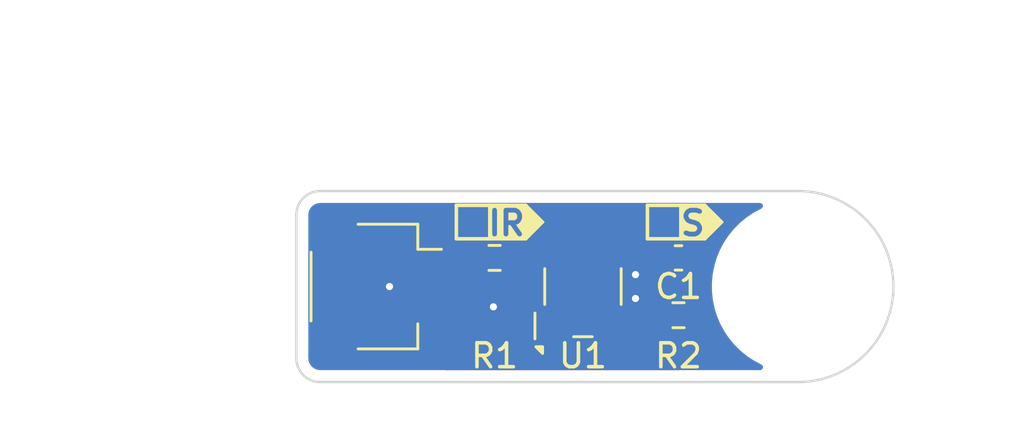
<source format=kicad_pcb>
(kicad_pcb (version 20240108) (generator "pcbnew") (generator_version "8.0")
  (layers (0 "F.Cu" signal) (31 "B.Cu" signal) (34 "B.Paste" user) (35 "F.Paste" user) (36 "B.SilkS" user "B.Silkscreen") (37 "F.SilkS" user "F.Silkscreen") (38 "B.Mask" user) (39 "F.Mask" user) (44 "Edge.Cuts" user))
  (net 0 "")
  (net 1 "/OUT_H")
  (net 2 "+3V3")
  (net 3 "GND")
  (net 4 "/OUT")
  (net 5 "/IR_H")
  (footprint "Resistor_SMD:R_0603_1608Metric" (layer "F.Cu") (at 95 61.2)
    (property "Reference" "R2" (at 0 1.7 0) (layer "F.SilkS"))
    (property "Value" "220")
    (fp_line (start -0.237258 -0.5225) (end 0.237258 -0.5225) (stroke (width 0.12)) (layer "F.SilkS"))
    (fp_line (start -0.237258 0.5225) (end 0.237258 0.5225) (stroke (width 0.12)) (layer "F.SilkS"))
    (pad "1" smd roundrect (at -0.825 0) (size 0.8 0.95) (layers "F.Cu" "F.Paste" "F.Mask") (net 1 "/OUT_H"))
    (pad "2" smd roundrect (at 0.825 0) (size 0.8 0.95) (layers "F.Cu" "F.Paste" "F.Mask") (net 4 "/OUT"))
  )
  (footprint "OptoDevice:Sharp_GP2S700HCP" (layer "F.Cu") (at 91 60 90)
    (property "Reference" "U1" (at -2.9 0 0) (layer "F.SilkS"))
    (property "Value" "EE-SY1201")
    (fp_line (start -1.11 -2.01) (end -2.19 -2.01) (stroke (width 0.12)) (layer "F.SilkS"))
    (fp_line (start -0.75 -1.6) (end 0.75 -1.6) (stroke (width 0.12)) (layer "F.SilkS"))
    (fp_line (start -2.1 -0.39) (end -2.1 0.39) (stroke (width 0.12)) (layer "F.SilkS"))
    (fp_line (start -0.75 1.6) (end 0.75 1.6) (stroke (width 0.12)) (layer "F.SilkS"))
    (fp_poly (pts (xy -2.52 -1.69) (xy -2.8 -1.69) (xy -2.52 -1.97) (xy -2.52 -1.69)) (stroke (width 0.12)) (fill solid) (layer "F.SilkS"))
    (pad "1" smd roundrect (at -1.65 -1.2 90) (size 1.2 1.1) (layers "F.Cu" "F.Paste" "F.Mask") (roundrect_rratio 0.1363636364) (net 3 "GND"))
    (pad "2" smd roundrect (at -1.65 1.2 90) (size 1.2 1.1) (layers "F.Cu" "F.Paste" "F.Mask") (roundrect_rratio 0.1363636364) (net 1 "/OUT_H"))
    (pad "3" smd roundrect (at 1.65 1.2 90) (size 1.2 1.1) (layers "F.Cu" "F.Paste" "F.Mask") (roundrect_rratio 0.1363636364) (net 3 "GND"))
    (pad "4" smd roundrect (at 1.65 -1.2 90) (size 1.2 1.1) (layers "F.Cu" "F.Paste" "F.Mask") (roundrect_rratio 0.1363636364) (net 5 "/IR_H"))
    (zone (net 0) (net_name "") (layer "F.Cu") (name "keepout to avoid short circuit") (connect_pads (clearance 0)) (min_thickness 0.25)
      (keepout (tracks not_allowed) (vias not_allowed) (pads not_allowed) (copperpour not_allowed) (footprints not_allowed))
      (fill (thermal_gap 0.5) (thermal_bridge_width 0.5))
      (polygon (pts (xy 90.35 62.25) (xy 90.35 61.05) (xy 89.25 61.05) (xy 89.25 58.95) (xy 90.35 58.95) (xy 90.35 57.75) (xy 91.65 57.75) (xy 91.65 58.95) (xy 92.75 58.95) (xy 92.75 61.05) (xy 91.65 61.05) (xy 91.65 62.25)))
    )
  )
  (footprint "common:JST_SH_SM03B-SRSS-TB_1x03-1MP_P1.00mm_Horizontal" (layer "F.Cu") (at 82.3 60 -90)
    (property "Reference" "J1" (hide yes))
    (property "Value" "SM03B-SRSS-TB")
    (fp_line (start -1.44 2.685) (end 1.44 2.685) (stroke (width 0.12)) (layer "F.SilkS"))
    (fp_line (start -2.61 0.715) (end -2.61 -1.785) (stroke (width 0.12)) (layer "F.SilkS"))
    (fp_line (start 2.61 0.715) (end 2.61 -1.785) (stroke (width 0.12)) (layer "F.SilkS"))
    (fp_line (start -2.61 -1.785) (end -1.56 -1.785) (stroke (width 0.12)) (layer "F.SilkS"))
    (fp_line (start -1.56 -1.785) (end -1.56 -2.775) (stroke (width 0.12)) (layer "F.SilkS"))
    (fp_line (start 2.61 -1.785) (end 1.56 -1.785) (stroke (width 0.12)) (layer "F.SilkS"))
    (pad "1" smd roundrect (at -1 -2 270) (size 0.6 1.55) (layers "F.Cu" "F.Paste" "F.Mask") (net 2 "+3V3"))
    (pad "2" smd roundrect (at 0 -2 270) (size 0.6 1.55) (layers "F.Cu" "F.Paste" "F.Mask") (net 3 "GND"))
    (pad "3" smd roundrect (at 1 -2 270) (size 0.6 1.55) (layers "F.Cu" "F.Paste" "F.Mask") (net 4 "/OUT"))
    (pad "MP" smd roundrect (at -2.3 1.875 270) (size 1.2 1.8) (layers "F.Cu" "F.Paste" "F.Mask") (roundrect_rratio 0.208333))
    (pad "MP" smd roundrect (at 2.3 1.875 270) (size 1.2 1.8) (layers "F.Cu" "F.Paste" "F.Mask") (roundrect_rratio 0.208333))
  )
  (footprint "MountingHole:MountingHole_3.2mm_M3" (layer "F.Cu") (at 100 60)
    (property "Reference" "REF**" (hide yes))
    (property "Value" "MountingHole_3.2mm_M3")
    (pad "" np_thru_hole circle (at 0 0) (size 3.2 3.2) (drill 3.2) (layers "F&B.Cu" "*.Mask") (clearance 2))
  )
  (footprint "Capacitor_SMD:C_0603_1608Metric" (layer "F.Cu") (at 95 58.8 180)
    (property "Reference" "C1" (at 0 -1.2 180) (layer "F.SilkS"))
    (property "Value" "10n")
    (fp_line (start -0.14058 0.51) (end 0.14058 0.51) (stroke (width 0.12)) (layer "F.SilkS"))
    (fp_line (start -0.14058 -0.51) (end 0.14058 -0.51) (stroke (width 0.12)) (layer "F.SilkS"))
    (pad "1" smd roundrect (at -0.775 0 180) (size 0.9 0.95) (layers "F.Cu" "F.Paste" "F.Mask") (net 2 "+3V3"))
    (pad "2" smd roundrect (at 0.775 0 180) (size 0.9 0.95) (layers "F.Cu" "F.Paste" "F.Mask") (net 1 "/OUT_H"))
  )
  (footprint "Resistor_SMD:R_0603_1608Metric" (layer "F.Cu") (at 87.3 58.8)
    (property "Reference" "R1" (at 0.000001 4.099999 180) (layer "F.SilkS"))
    (property "Value" "100")
    (fp_line (start -0.237258 -0.5225) (end 0.237258 -0.5225) (stroke (width 0.12)) (layer "F.SilkS"))
    (fp_line (start -0.237258 0.5225) (end 0.237258 0.5225) (stroke (width 0.12)) (layer "F.SilkS"))
    (pad "1" smd roundrect (at -0.825 0) (size 0.8 0.95) (layers "F.Cu" "F.Paste" "F.Mask") (net 2 "+3V3"))
    (pad "2" smd roundrect (at 0.825 0) (size 0.8 0.95) (layers "F.Cu" "F.Paste" "F.Mask") (net 5 "/IR_H"))
  )
  (gr_line (start 96.1 56.6) (end 95.1 56.6) (stroke (width 0.15)) (layer "F.SilkS"))
  (gr_line (start 95.1 56.6) (end 95.1 58) (stroke (width 0.15)) (layer "F.SilkS"))
  (gr_line (start 87.1 58) (end 88.6 58) (stroke (width 0.15)) (layer "F.SilkS"))
  (gr_poly (pts (xy 88.6 56.6) (xy 88.6 58) (xy 89.3 57.3)) (stroke (width 0.15)) (fill solid) (layer "F.SilkS"))
  (gr_line (start 85.7 56.6) (end 87.1 56.6) (stroke (width 0.15)) (layer "F.SilkS"))
  (gr_line (start 87.1 56.6) (end 87.1 58) (stroke (width 0.15)) (layer "F.SilkS"))
  (gr_line (start 93.7 58) (end 95.1 58) (stroke (width 0.15)) (layer "F.SilkS"))
  (gr_line (start 95.1 58) (end 96.1 58) (stroke (width 0.15)) (layer "F.SilkS"))
  (gr_line (start 93.7 56.6) (end 93.7 58) (stroke (width 0.15)) (layer "F.SilkS"))
  (gr_poly (pts (xy 96.1 56.6) (xy 96.1 58) (xy 96.8 57.3)) (stroke (width 0.15)) (fill solid) (layer "F.SilkS"))
  (gr_line (start 85.7 56.6) (end 85.7 58) (stroke (width 0.15)) (layer "F.SilkS"))
  (gr_line (start 85.7 58) (end 87.1 58) (stroke (width 0.15)) (layer "F.SilkS"))
  (gr_line (start 93.7 56.6) (end 95.1 56.6) (stroke (width 0.15)) (layer "F.SilkS"))
  (gr_line (start 88.6 56.6) (end 87.1 56.6) (stroke (width 0.15)) (layer "F.SilkS"))
  (gr_line (start 80 56) (end 100 56) (stroke (width 0.1)) (layer "Edge.Cuts"))
  (gr_arc (start 80 64) (mid 79.292893 63.707107) (end 79 63) (stroke (width 0.1)) (layer "Edge.Cuts"))
  (gr_line (start 80 64) (end 100 64) (stroke (width 0.1)) (layer "Edge.Cuts"))
  (gr_arc (start 100 56) (mid 104 60) (end 100 64) (stroke (width 0.1)) (layer "Edge.Cuts"))
  (gr_line (start 79 57) (end 79 63) (stroke (width 0.1)) (layer "Edge.Cuts"))
  (gr_arc (start 79 57) (mid 79.292893 56.292893) (end 80 56) (stroke (width 0.1)) (layer "Edge.Cuts"))
  (gr_text "S" (at 95.6 57.35 0) (layer "F.SilkS" knockout) (effects (font (size 1 1) (thickness 0.2) (bold yes))))
  (gr_text "IR" (at 87.8 57.35 0) (layer "F.SilkS" knockout) (effects (font (size 1 1) (thickness 0.2) (bold yes))))
  (segment (start 94.225 61.15) (end 94.175 61.2) (width 0.4) (layer "F.Cu") (net 1))
  (segment (start 94.225 58.8) (end 94.225 61.15) (width 0.4) (layer "F.Cu") (net 1))
  (segment (start 92.2 61.65) (end 93.725 61.65) (width 0.4) (layer "F.Cu") (net 1))
  (segment (start 93.725 61.65) (end 94.175 61.2) (width 0.4) (layer "F.Cu") (net 1))
  (segment (start 87.9 56.7) (end 95.1 56.7) (width 0.4) (layer "F.Cu") (net 2))
  (segment (start 87.3 57.3) (end 87.9 56.7) (width 0.4) (layer "F.Cu") (net 2))
  (segment (start 95.775 57.375) (end 95.775 58.8) (width 0.4) (layer "F.Cu") (net 2))
  (segment (start 95.1 56.7) (end 95.775 57.375) (width 0.4) (layer "F.Cu") (net 2))
  (segment (start 89.8 61.65) (end 88.05 61.65) (width 0.4) (layer "F.Cu") (net 3))
  (segment (start 93.2 59.5) (end 93.2 60.5) (width 0.4) (layer "F.Cu") (net 3))
  (segment (start 92.749999 58.35) (end 92.2 58.35) (width 0.4) (layer "F.Cu") (net 3))
  (segment (start 88.05 61.65) (end 86.4 60) (width 0.4) (layer "F.Cu") (net 3))
  (segment (start 86.4 60) (end 84.3 60) (width 0.4) (layer "F.Cu") (net 3))
  (segment (start 93.2 58.800001) (end 92.749999 58.35) (width 0.4) (layer "F.Cu") (net 3))
  (segment (start 84.3 60) (end 82.9 60) (width 0.4) (layer "F.Cu") (net 3))
  (segment (start 93.2 59.5) (end 93.2 58.800001) (width 0.4) (layer "F.Cu") (net 3))
  (via (at 87.25 60.85) (size 0.7) (drill 0.3) (layers "F.Cu" "B.Cu") (net 3))
  (via (at 82.9 60) (size 0.7) (drill 0.3) (layers "F.Cu" "B.Cu") (net 3))
  (via (at 93.2 59.5) (size 0.7) (drill 0.3) (layers "F.Cu" "B.Cu") (net 3))
  (via (at 93.2 60.5) (size 0.7) (drill 0.3) (layers "F.Cu" "B.Cu") (net 3))
  (segment (start 95 63.3) (end 85.3 63.3) (width 0.4) (layer "F.Cu") (net 4))
  (segment (start 85.3 63.3) (end 84.3 62.3) (width 0.4) (layer "F.Cu") (net 4))
  (segment (start 95.825 62.475) (end 95 63.3) (width 0.4) (layer "F.Cu") (net 4))
  (segment (start 95.825 61.2) (end 95.825 62.475) (width 0.4) (layer "F.Cu") (net 4))
  (segment (start 84.3 62.3) (end 84.3 61) (width 0.4) (layer "F.Cu") (net 4))
  (segment (start 88.525 58.4) (end 88.125 58.8) (width 0.4) (layer "F.Cu") (net 5))
  (segment (start 89.85 58.35) (end 89.9 58.4) (width 0.4) (layer "F.Cu") (net 5))
  (segment (start 89.8 58.35) (end 89.85 58.35) (width 0.4) (layer "F.Cu") (net 5))
  (segment (start 89.9 58.4) (end 88.525 58.4) (width 0.4) (layer "F.Cu") (net 5))
  (zone (net 2) (net_name "+3V3") (layer "F.Cu") (connect_pads yes (clearance 0.2)) (min_thickness 0.25) (fill yes (thermal_gap 0.5) (thermal_bridge_width 0.5))
    (polygon (pts (xy 83.5 56) (xy 96.5 56) (xy 96.5 59.3) (xy 95.1 59.3) (xy 95.1 58.4) (xy 94.6 57.9) (xy 87.9 57.9) (xy 87.3 58.5) (xy 87.3 59.6) (xy 83.5 59.6)))
  )
  (zone (net 3) (net_name "GND") (layer "B.Cu") (priority 1) (connect_pads (clearance 0.5)) (min_thickness 0.25) (fill yes (thermal_gap 0.5) (thermal_bridge_width 0.5))
    (polygon (pts (xy 79 56) (xy 104 56) (xy 104 64) (xy 79 64)))
  )
)
</source>
